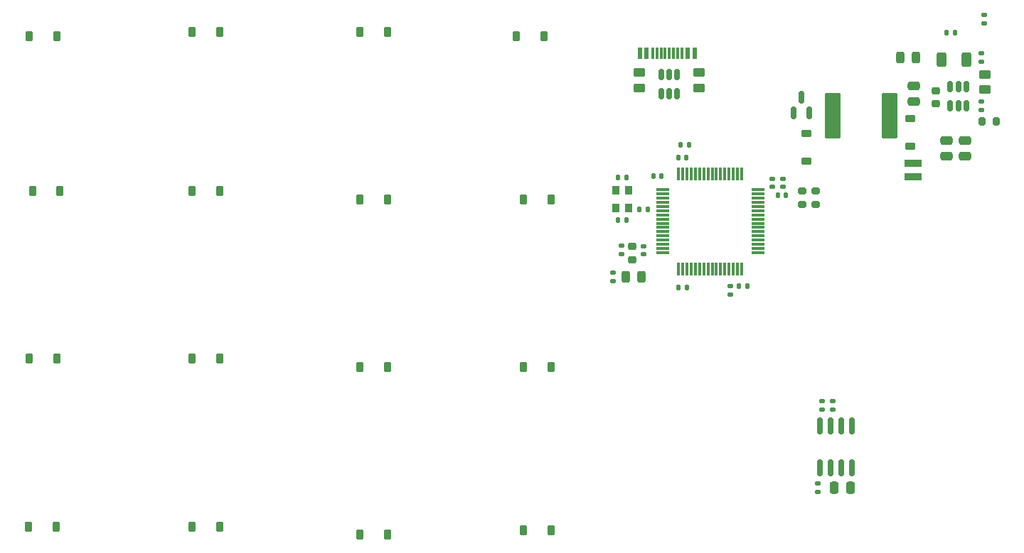
<source format=gbr>
%TF.GenerationSoftware,KiCad,Pcbnew,7.0.4-40-g0180cb380f*%
%TF.CreationDate,2023-06-12T22:45:27+02:00*%
%TF.ProjectId,New Business Card,4e657720-4275-4736-996e-657373204361,rev?*%
%TF.SameCoordinates,Original*%
%TF.FileFunction,Paste,Top*%
%TF.FilePolarity,Positive*%
%FSLAX46Y46*%
G04 Gerber Fmt 4.6, Leading zero omitted, Abs format (unit mm)*
G04 Created by KiCad (PCBNEW 7.0.4-40-g0180cb380f) date 2023-06-12 22:45:27*
%MOMM*%
%LPD*%
G01*
G04 APERTURE LIST*
G04 Aperture macros list*
%AMRoundRect*
0 Rectangle with rounded corners*
0 $1 Rounding radius*
0 $2 $3 $4 $5 $6 $7 $8 $9 X,Y pos of 4 corners*
0 Add a 4 corners polygon primitive as box body*
4,1,4,$2,$3,$4,$5,$6,$7,$8,$9,$2,$3,0*
0 Add four circle primitives for the rounded corners*
1,1,$1+$1,$2,$3*
1,1,$1+$1,$4,$5*
1,1,$1+$1,$6,$7*
1,1,$1+$1,$8,$9*
0 Add four rect primitives between the rounded corners*
20,1,$1+$1,$2,$3,$4,$5,0*
20,1,$1+$1,$4,$5,$6,$7,0*
20,1,$1+$1,$6,$7,$8,$9,0*
20,1,$1+$1,$8,$9,$2,$3,0*%
G04 Aperture macros list end*
%ADD10RoundRect,0.200000X0.275000X-0.200000X0.275000X0.200000X-0.275000X0.200000X-0.275000X-0.200000X0*%
%ADD11RoundRect,0.147500X-0.172500X0.147500X-0.172500X-0.147500X0.172500X-0.147500X0.172500X0.147500X0*%
%ADD12RoundRect,0.225000X0.250000X-0.225000X0.250000X0.225000X-0.250000X0.225000X-0.250000X-0.225000X0*%
%ADD13RoundRect,0.225000X-0.250000X0.225000X-0.250000X-0.225000X0.250000X-0.225000X0.250000X0.225000X0*%
%ADD14RoundRect,0.225000X0.225000X0.375000X-0.225000X0.375000X-0.225000X-0.375000X0.225000X-0.375000X0*%
%ADD15RoundRect,0.225000X-0.375000X0.225000X-0.375000X-0.225000X0.375000X-0.225000X0.375000X0.225000X0*%
%ADD16RoundRect,0.140000X0.140000X0.170000X-0.140000X0.170000X-0.140000X-0.170000X0.140000X-0.170000X0*%
%ADD17RoundRect,0.140000X-0.170000X0.140000X-0.170000X-0.140000X0.170000X-0.140000X0.170000X0.140000X0*%
%ADD18RoundRect,0.135000X-0.135000X-0.185000X0.135000X-0.185000X0.135000X0.185000X-0.135000X0.185000X0*%
%ADD19RoundRect,0.150000X0.150000X-0.587500X0.150000X0.587500X-0.150000X0.587500X-0.150000X-0.587500X0*%
%ADD20RoundRect,0.135000X0.185000X-0.135000X0.185000X0.135000X-0.185000X0.135000X-0.185000X-0.135000X0*%
%ADD21RoundRect,0.250000X-0.475000X0.250000X-0.475000X-0.250000X0.475000X-0.250000X0.475000X0.250000X0*%
%ADD22RoundRect,0.250000X0.712500X2.475000X-0.712500X2.475000X-0.712500X-2.475000X0.712500X-2.475000X0*%
%ADD23RoundRect,0.150000X0.150000X-0.512500X0.150000X0.512500X-0.150000X0.512500X-0.150000X-0.512500X0*%
%ADD24RoundRect,0.200000X-0.200000X-0.275000X0.200000X-0.275000X0.200000X0.275000X-0.200000X0.275000X0*%
%ADD25RoundRect,0.225000X0.375000X-0.225000X0.375000X0.225000X-0.375000X0.225000X-0.375000X-0.225000X0*%
%ADD26RoundRect,0.150000X0.150000X-0.825000X0.150000X0.825000X-0.150000X0.825000X-0.150000X-0.825000X0*%
%ADD27RoundRect,0.140000X-0.140000X-0.170000X0.140000X-0.170000X0.140000X0.170000X-0.140000X0.170000X0*%
%ADD28RoundRect,0.140000X0.170000X-0.140000X0.170000X0.140000X-0.170000X0.140000X-0.170000X-0.140000X0*%
%ADD29R,0.600000X1.450000*%
%ADD30R,0.300000X1.450000*%
%ADD31RoundRect,0.243750X0.243750X0.456250X-0.243750X0.456250X-0.243750X-0.456250X0.243750X-0.456250X0*%
%ADD32RoundRect,0.250000X-0.250000X-0.475000X0.250000X-0.475000X0.250000X0.475000X-0.250000X0.475000X0*%
%ADD33RoundRect,0.250000X-0.312500X-0.625000X0.312500X-0.625000X0.312500X0.625000X-0.312500X0.625000X0*%
%ADD34RoundRect,0.135000X-0.185000X0.135000X-0.185000X-0.135000X0.185000X-0.135000X0.185000X0.135000X0*%
%ADD35RoundRect,0.150000X-0.150000X0.512500X-0.150000X-0.512500X0.150000X-0.512500X0.150000X0.512500X0*%
%ADD36RoundRect,0.075000X-0.700000X-0.075000X0.700000X-0.075000X0.700000X0.075000X-0.700000X0.075000X0*%
%ADD37RoundRect,0.075000X-0.075000X-0.700000X0.075000X-0.700000X0.075000X0.700000X-0.075000X0.700000X0*%
%ADD38RoundRect,0.243750X-0.243750X-0.456250X0.243750X-0.456250X0.243750X0.456250X-0.243750X0.456250X0*%
%ADD39RoundRect,0.250000X0.450000X-0.262500X0.450000X0.262500X-0.450000X0.262500X-0.450000X-0.262500X0*%
%ADD40RoundRect,0.250000X-0.450000X0.262500X-0.450000X-0.262500X0.450000X-0.262500X0.450000X0.262500X0*%
%ADD41R,0.900000X1.000000*%
%ADD42R,2.000000X0.850000*%
G04 APERTURE END LIST*
D10*
%TO.C,R8*%
X187600000Y-61125000D03*
X187600000Y-59475000D03*
%TD*%
%TO.C,R9*%
X186000000Y-61125000D03*
X186000000Y-59475000D03*
%TD*%
D11*
%TO.C,L2*%
X164500000Y-66040000D03*
X164500000Y-67010000D03*
%TD*%
D12*
%TO.C,C12*%
X165800000Y-67675000D03*
X165800000Y-66125000D03*
%TD*%
D13*
%TO.C,C1*%
X201900000Y-47525000D03*
X201900000Y-49075000D03*
%TD*%
D14*
%TO.C,D11*%
X156150000Y-60500000D03*
X152850000Y-60500000D03*
%TD*%
D15*
%TO.C,D1*%
X186500000Y-52650000D03*
X186500000Y-55950000D03*
%TD*%
D14*
%TO.C,D9*%
X116650000Y-59500000D03*
X113350000Y-59500000D03*
%TD*%
%TO.C,D14*%
X136650000Y-80500000D03*
X133350000Y-80500000D03*
%TD*%
%TO.C,D18*%
X136650000Y-100500000D03*
X133350000Y-100500000D03*
%TD*%
%TO.C,D19*%
X156150000Y-100000000D03*
X152850000Y-100000000D03*
%TD*%
%TO.C,D8*%
X97650000Y-59500000D03*
X94350000Y-59500000D03*
%TD*%
D16*
%TO.C,C15*%
X165072000Y-57912000D03*
X164112000Y-57912000D03*
%TD*%
D17*
%TO.C,C17*%
X187858000Y-94408000D03*
X187858000Y-95368000D03*
%TD*%
D18*
%TO.C,R13*%
X204220000Y-40600000D03*
X203200000Y-40600000D03*
%TD*%
D19*
%TO.C,Q1*%
X184950000Y-50200000D03*
X186850000Y-50200000D03*
X185900000Y-48325000D03*
%TD*%
D20*
%TO.C,R16*%
X189636000Y-85565000D03*
X189636000Y-84545000D03*
%TD*%
D21*
%TO.C,C4*%
X199300000Y-46950000D03*
X199300000Y-48850000D03*
%TD*%
D22*
%TO.C,F1*%
X196387500Y-50500000D03*
X189612500Y-50500000D03*
%TD*%
D23*
%TO.C,U1*%
X203650000Y-49337500D03*
X204600000Y-49337500D03*
X205550000Y-49337500D03*
X205550000Y-47062500D03*
X204600000Y-47062500D03*
X203650000Y-47062500D03*
%TD*%
D16*
%TO.C,C14*%
X184042000Y-60000000D03*
X183082000Y-60000000D03*
%TD*%
D21*
%TO.C,C2*%
X203200000Y-53450000D03*
X203200000Y-55350000D03*
%TD*%
%TO.C,C3*%
X205400000Y-53450000D03*
X205400000Y-55350000D03*
%TD*%
D24*
%TO.C,R5*%
X207450000Y-51200000D03*
X209100000Y-51200000D03*
%TD*%
D25*
%TO.C,D2*%
X198900000Y-54150000D03*
X198900000Y-50850000D03*
%TD*%
D26*
%TO.C,U4*%
X188095000Y-92475000D03*
X189365000Y-92475000D03*
X190635000Y-92475000D03*
X191905000Y-92475000D03*
X191905000Y-87525000D03*
X190635000Y-87525000D03*
X189365000Y-87525000D03*
X188095000Y-87525000D03*
%TD*%
D27*
%TO.C,C9*%
X171260000Y-55480000D03*
X172220000Y-55480000D03*
%TD*%
D14*
%TO.C,D5*%
X116650000Y-40500000D03*
X113350000Y-40500000D03*
%TD*%
%TO.C,D7*%
X155300000Y-41000000D03*
X152000000Y-41000000D03*
%TD*%
%TO.C,D4*%
X97300000Y-41000000D03*
X94000000Y-41000000D03*
%TD*%
D28*
%TO.C,C11*%
X167132000Y-67028000D03*
X167132000Y-66068000D03*
%TD*%
D14*
%TO.C,D13*%
X116650000Y-79500000D03*
X113350000Y-79500000D03*
%TD*%
%TO.C,D6*%
X136650000Y-40500000D03*
X133350000Y-40500000D03*
%TD*%
D16*
%TO.C,C6*%
X172248000Y-70974000D03*
X171288000Y-70974000D03*
%TD*%
D29*
%TO.C,J5*%
X173200000Y-43100000D03*
X172400000Y-43100000D03*
D30*
X171200000Y-43100000D03*
X170200000Y-43100000D03*
X169700000Y-43100000D03*
X168700000Y-43100000D03*
D29*
X167500000Y-43100000D03*
X166700000Y-43100000D03*
X166700000Y-43100000D03*
X167500000Y-43100000D03*
D30*
X168200000Y-43100000D03*
X169200000Y-43100000D03*
X170700000Y-43100000D03*
X171700000Y-43100000D03*
D29*
X172400000Y-43100000D03*
X173200000Y-43100000D03*
%TD*%
D28*
%TO.C,C5*%
X183678000Y-59008000D03*
X183678000Y-58048000D03*
%TD*%
%TO.C,C13*%
X177455000Y-71835000D03*
X177455000Y-70875000D03*
%TD*%
D14*
%TO.C,D17*%
X116650000Y-99500000D03*
X113350000Y-99500000D03*
%TD*%
%TO.C,D16*%
X97150000Y-99500000D03*
X93850000Y-99500000D03*
%TD*%
D28*
%TO.C,C8*%
X182408000Y-58980000D03*
X182408000Y-58020000D03*
%TD*%
D14*
%TO.C,D10*%
X136650000Y-60500000D03*
X133350000Y-60500000D03*
%TD*%
D16*
%TO.C,C10*%
X169229000Y-57684000D03*
X168269000Y-57684000D03*
%TD*%
D31*
%TO.C,FB1*%
X199537500Y-43600000D03*
X197662500Y-43600000D03*
%TD*%
D32*
%TO.C,C18*%
X189829000Y-94888000D03*
X191729000Y-94888000D03*
%TD*%
D33*
%TO.C,R2*%
X202637500Y-43800000D03*
X205562500Y-43800000D03*
%TD*%
D34*
%TO.C,R14*%
X207700000Y-38531000D03*
X207700000Y-39551000D03*
%TD*%
D16*
%TO.C,C7*%
X179459000Y-70847000D03*
X178499000Y-70847000D03*
%TD*%
D14*
%TO.C,D12*%
X97300000Y-79500000D03*
X94000000Y-79500000D03*
%TD*%
D35*
%TO.C,U3*%
X171132500Y-45606500D03*
X170182500Y-45606500D03*
X169232500Y-45606500D03*
X169232500Y-47881500D03*
X170182500Y-47881500D03*
X171132500Y-47881500D03*
%TD*%
D36*
%TO.C,U2*%
X169367000Y-59350000D03*
X169367000Y-59850000D03*
X169367000Y-60350000D03*
X169367000Y-60850000D03*
X169367000Y-61350000D03*
X169367000Y-61850000D03*
X169367000Y-62350000D03*
X169367000Y-62850000D03*
X169367000Y-63350000D03*
X169367000Y-63850000D03*
X169367000Y-64350000D03*
X169367000Y-64850000D03*
X169367000Y-65350000D03*
X169367000Y-65850000D03*
X169367000Y-66350000D03*
X169367000Y-66850000D03*
D37*
X171292000Y-68775000D03*
X171792000Y-68775000D03*
X172292000Y-68775000D03*
X172792000Y-68775000D03*
X173292000Y-68775000D03*
X173792000Y-68775000D03*
X174292000Y-68775000D03*
X174792000Y-68775000D03*
X175292000Y-68775000D03*
X175792000Y-68775000D03*
X176292000Y-68775000D03*
X176792000Y-68775000D03*
X177292000Y-68775000D03*
X177792000Y-68775000D03*
X178292000Y-68775000D03*
X178792000Y-68775000D03*
D36*
X180717000Y-66850000D03*
X180717000Y-66350000D03*
X180717000Y-65850000D03*
X180717000Y-65350000D03*
X180717000Y-64850000D03*
X180717000Y-64350000D03*
X180717000Y-63850000D03*
X180717000Y-63350000D03*
X180717000Y-62850000D03*
X180717000Y-62350000D03*
X180717000Y-61850000D03*
X180717000Y-61350000D03*
X180717000Y-60850000D03*
X180717000Y-60350000D03*
X180717000Y-59850000D03*
X180717000Y-59350000D03*
D37*
X178792000Y-57425000D03*
X178292000Y-57425000D03*
X177792000Y-57425000D03*
X177292000Y-57425000D03*
X176792000Y-57425000D03*
X176292000Y-57425000D03*
X175792000Y-57425000D03*
X175292000Y-57425000D03*
X174792000Y-57425000D03*
X174292000Y-57425000D03*
X173792000Y-57425000D03*
X173292000Y-57425000D03*
X172792000Y-57425000D03*
X172292000Y-57425000D03*
X171792000Y-57425000D03*
X171292000Y-57425000D03*
%TD*%
D38*
%TO.C,D3*%
X164995670Y-69732000D03*
X166870670Y-69732000D03*
%TD*%
D20*
%TO.C,R15*%
X188366000Y-85565000D03*
X188366000Y-84545000D03*
%TD*%
D39*
%TO.C,R12*%
X166596500Y-47211500D03*
X166596500Y-45386500D03*
%TD*%
D34*
%TO.C,R4*%
X207300000Y-43090000D03*
X207300000Y-44110000D03*
%TD*%
D39*
%TO.C,R11*%
X173708500Y-47211500D03*
X173708500Y-45386500D03*
%TD*%
D40*
%TO.C,R1*%
X207800000Y-45575000D03*
X207800000Y-47400000D03*
%TD*%
D18*
%TO.C,R10*%
X166622000Y-61722000D03*
X167642000Y-61722000D03*
%TD*%
D34*
%TO.C,R3*%
X207300000Y-48800000D03*
X207300000Y-49820000D03*
%TD*%
%TO.C,R6*%
X163520170Y-69222000D03*
X163520170Y-70242000D03*
%TD*%
D18*
%TO.C,R7*%
X171532000Y-54000000D03*
X172552000Y-54000000D03*
%TD*%
D27*
%TO.C,C16*%
X164112000Y-62992000D03*
X165072000Y-62992000D03*
%TD*%
D41*
%TO.C,Y1*%
X163778000Y-59396000D03*
X163778000Y-61546000D03*
X165328000Y-61546000D03*
X165328000Y-59396000D03*
%TD*%
D42*
%TO.C,L1*%
X199200000Y-56175000D03*
X199200000Y-57825000D03*
%TD*%
D14*
%TO.C,D15*%
X156150000Y-80500000D03*
X152850000Y-80500000D03*
%TD*%
M02*

</source>
